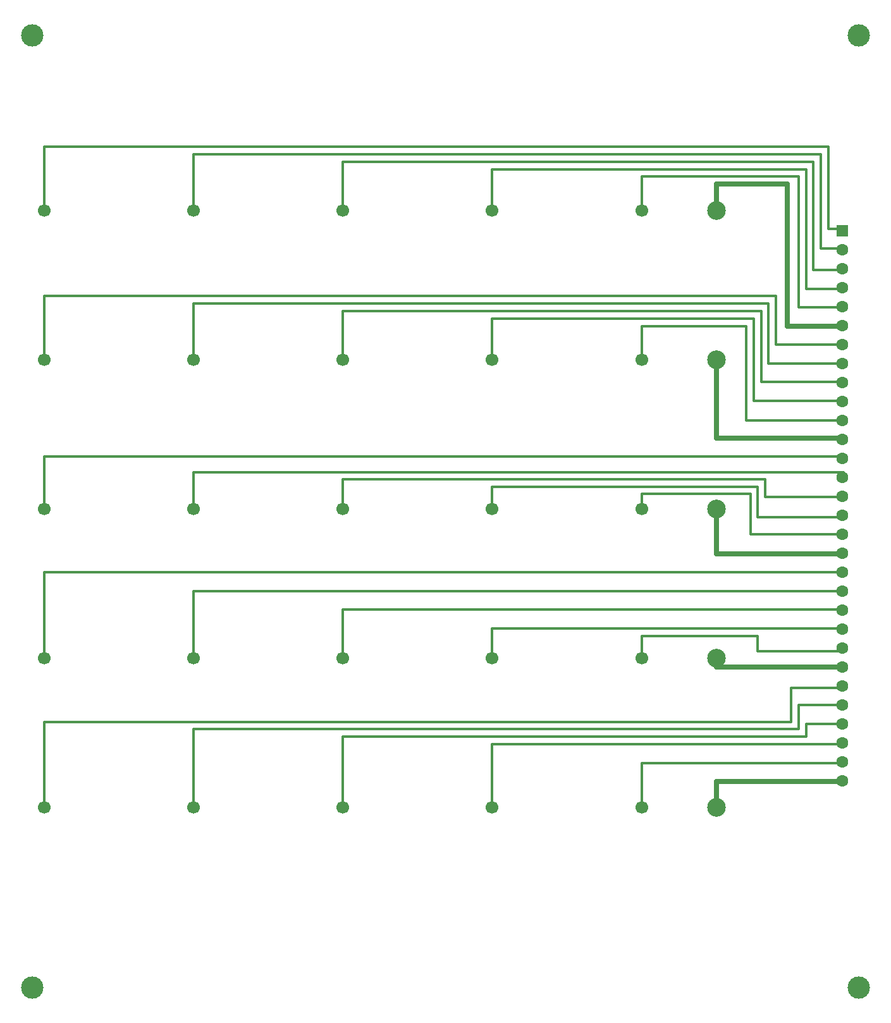
<source format=gtl>
%FSAX44Y44*%
%MOMM*%
G71*
G01*
G75*
G04 Layer_Physical_Order=1*
G04 Layer_Color=255*
%ADD10C,0.2540*%
%ADD11C,0.7000*%
%ADD12C,0.3000*%
%ADD13C,2.5000*%
%ADD14C,1.7000*%
%ADD15C,1.6000*%
%ADD16R,1.6000X1.6000*%
%ADD17C,3.0000*%
D10*
X01638720Y00766230D02*
X01639870Y00767380D01*
D11*
X01471000Y00766230D02*
X01638720D01*
X01471000Y00731230D02*
Y00766230D01*
Y01531230D02*
Y01566230D01*
X01506000Y00919336D02*
X01639870D01*
X01471000D02*
Y00931230D01*
Y00919336D02*
X01506000D01*
X01471000Y01071230D02*
Y01131230D01*
Y01071230D02*
X01636000D01*
X01471000Y01226230D02*
Y01331230D01*
Y01226230D02*
X01639870D01*
X01566000Y01543730D02*
Y01566230D01*
X01471000D02*
X01566000D01*
Y01376230D02*
X01639870D01*
X01566000D02*
Y01543730D01*
D12*
X01638320Y00791230D02*
X01639870Y00792780D01*
X01636000Y00996230D02*
X01639870D01*
X01511000Y01250000D02*
X01639870D01*
X01511000D02*
Y01376230D01*
X01521000Y01276230D02*
X01639870D01*
X01521000D02*
Y01386230D01*
X01531000Y01301230D02*
Y01396230D01*
Y01301230D02*
X01639870D01*
X01541000Y01326230D02*
X01639870D01*
X01541000D02*
Y01406230D01*
X01551000Y01351230D02*
X01641000D01*
X01551000D02*
Y01416230D01*
X01516913Y01097580D02*
Y01113493D01*
Y01097580D02*
X01639870D01*
X01526000Y01120115D02*
Y01132894D01*
Y01120115D02*
X01634885D01*
X01636000Y00891230D02*
X01641000Y00896230D01*
X01571000Y00856230D02*
Y00891230D01*
X01636000D01*
X01581000Y00857043D02*
Y00868980D01*
X01639870D01*
X01591000Y00835493D02*
Y00843580D01*
X01639870D01*
X01371000Y00731230D02*
Y00776230D01*
Y00791230D01*
X01638320D01*
X01171000Y00731230D02*
Y00783730D01*
X00971000Y00731230D02*
Y00761230D01*
Y00756230D02*
Y00761230D01*
Y00756230D02*
Y00761230D01*
X00771000Y00731230D02*
Y00798730D01*
X00571000Y00731230D02*
Y00806230D01*
Y00931230D02*
Y00983730D01*
X00771000Y00931230D02*
Y00976230D01*
X00971000Y00931230D02*
Y00968730D01*
X01171000Y00931230D02*
Y00961230D01*
Y00971230D01*
X01639870D01*
X01371000Y00931230D02*
Y00961230D01*
X01171000Y01131230D02*
Y01161230D01*
X00571000Y01131230D02*
Y01201230D01*
X01636000D01*
X00571000Y01331230D02*
Y01416230D01*
X01551000D01*
X00571000Y01531230D02*
Y01594980D01*
Y01616230D01*
X00771000Y01531230D02*
Y01606230D01*
X00971000Y01531230D02*
Y01596230D01*
X01171000Y01531230D02*
Y01586230D01*
X00771000Y01331230D02*
Y01406230D01*
X01541000D01*
X00971000Y01331230D02*
Y01396230D01*
X01531000D01*
X01171000Y01331230D02*
Y01386230D01*
X01521000D01*
X01371000Y01531230D02*
Y01576230D01*
Y01331230D02*
Y01376230D01*
X01511000D01*
X01371000Y00961230D02*
X01511000D01*
X01526461D01*
Y00940769D02*
Y00961230D01*
Y00940769D02*
X01526615Y00940615D01*
X01640385D01*
X00571000Y00983730D02*
Y01046230D01*
X01639870D01*
X00771000Y00976230D02*
Y01021230D01*
X01639870D01*
X00971000Y00968730D02*
Y00996230D01*
X01586000D01*
X01586000Y00996230D01*
X01636000D01*
X00771000Y00798730D02*
Y00836230D01*
X01581000D01*
Y00857043D01*
X00971000Y00761230D02*
Y00826230D01*
X01591000D01*
Y00835493D01*
X01171000Y00783730D02*
Y00816230D01*
X01601000D01*
X01637920D01*
X01639870Y00818180D01*
X00571000Y00806230D02*
Y00846230D01*
X01571000D01*
Y00858418D01*
X01536000Y01147558D02*
Y01155976D01*
Y01147558D02*
X01639048D01*
X01371000Y01131230D02*
Y01151230D01*
X01516913D01*
Y01113493D02*
Y01151230D01*
X01171000Y01161230D02*
X01526000D01*
Y01132894D02*
Y01161230D01*
X00971000Y01131230D02*
Y01171230D01*
X01536000D01*
Y01155976D02*
Y01171230D01*
X00771000Y01131230D02*
Y01180730D01*
X01546000D01*
X01641000D01*
X01371000Y01576230D02*
X01581000D01*
Y01553730D02*
Y01576230D01*
Y01401230D02*
Y01553730D01*
Y01401230D02*
X01639870D01*
X01171000Y01586230D02*
X01591000D01*
Y01567480D02*
Y01586230D01*
Y01426230D02*
Y01567480D01*
Y01426230D02*
X01639870D01*
X00971000Y01596230D02*
X01601000D01*
Y01581230D02*
Y01596230D01*
Y01451230D02*
Y01581230D01*
Y01451230D02*
X01641000D01*
X00771000Y01606230D02*
X01611000D01*
Y01480000D02*
Y01606230D01*
Y01480000D02*
X01639870D01*
X00571000Y01616230D02*
X01621000D01*
Y01506230D02*
Y01616230D01*
Y01506230D02*
X01641000D01*
D13*
X01471000Y01531230D02*
D03*
Y00931230D02*
D03*
Y01131230D02*
D03*
Y00731230D02*
D03*
Y01331230D02*
D03*
D14*
X00571000Y00731230D02*
D03*
X00771000D02*
D03*
X00971000D02*
D03*
X01171000D02*
D03*
X01371000D02*
D03*
X00571000Y00931230D02*
D03*
X00771000D02*
D03*
X00971000D02*
D03*
X01171000D02*
D03*
X01371000D02*
D03*
X00571000Y01131230D02*
D03*
X00771000D02*
D03*
X00971000D02*
D03*
X01171000D02*
D03*
X01371000D02*
D03*
X00571000Y01331230D02*
D03*
X00771000D02*
D03*
X00971000D02*
D03*
X01171000Y01331230D02*
D03*
X01371000Y01331230D02*
D03*
Y01531230D02*
D03*
X01171000D02*
D03*
X00971000D02*
D03*
X00771000D02*
D03*
X00571000D02*
D03*
D15*
X01639870Y00767380D02*
D03*
Y00792780D02*
D03*
Y00818180D02*
D03*
Y00843580D02*
D03*
Y00868980D02*
D03*
Y00894380D02*
D03*
Y00919780D02*
D03*
Y00945180D02*
D03*
Y00970580D02*
D03*
Y00995980D02*
D03*
Y01021380D02*
D03*
Y01046780D02*
D03*
Y01072180D02*
D03*
Y01097580D02*
D03*
Y01122980D02*
D03*
Y01148380D02*
D03*
Y01173780D02*
D03*
Y01199180D02*
D03*
Y01224580D02*
D03*
Y01249980D02*
D03*
Y01275380D02*
D03*
Y01300780D02*
D03*
Y01326180D02*
D03*
Y01351580D02*
D03*
Y01376980D02*
D03*
Y01402380D02*
D03*
Y01427780D02*
D03*
Y01453180D02*
D03*
Y01478580D02*
D03*
D16*
Y01503980D02*
D03*
D17*
X00555290Y01765600D02*
D03*
X01661460D02*
D03*
Y00490520D02*
D03*
X00555290D02*
D03*
M02*

</source>
